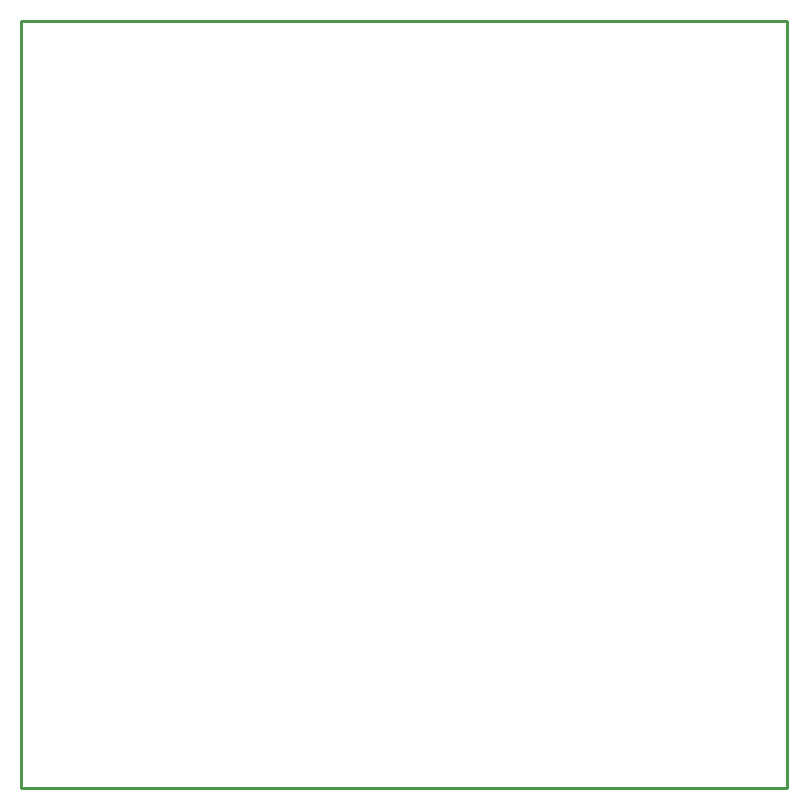
<source format=gko>
G04 Layer: BoardOutline*
G04 EasyEDA v6.4.19.3, 2021-04-15T18:17:59+02:00*
G04 27ca5f04d03341a3abaed076034c1fd4,b26f2b340a5143eda07d108a38fc4859,10*
G04 Gerber Generator version 0.2*
G04 Scale: 100 percent, Rotated: No, Reflected: No *
G04 Dimensions in millimeters *
G04 leading zeros omitted , absolute positions ,4 integer and 5 decimal *
%FSLAX45Y45*%
%MOMM*%

%ADD10C,0.2540*%
D10*
X700023Y8199881D02*
G01*
X7188200Y8199881D01*
X7188200Y1700021D01*
X700023Y1700021D01*
X700023Y8199881D01*

%LPD*%
M02*

</source>
